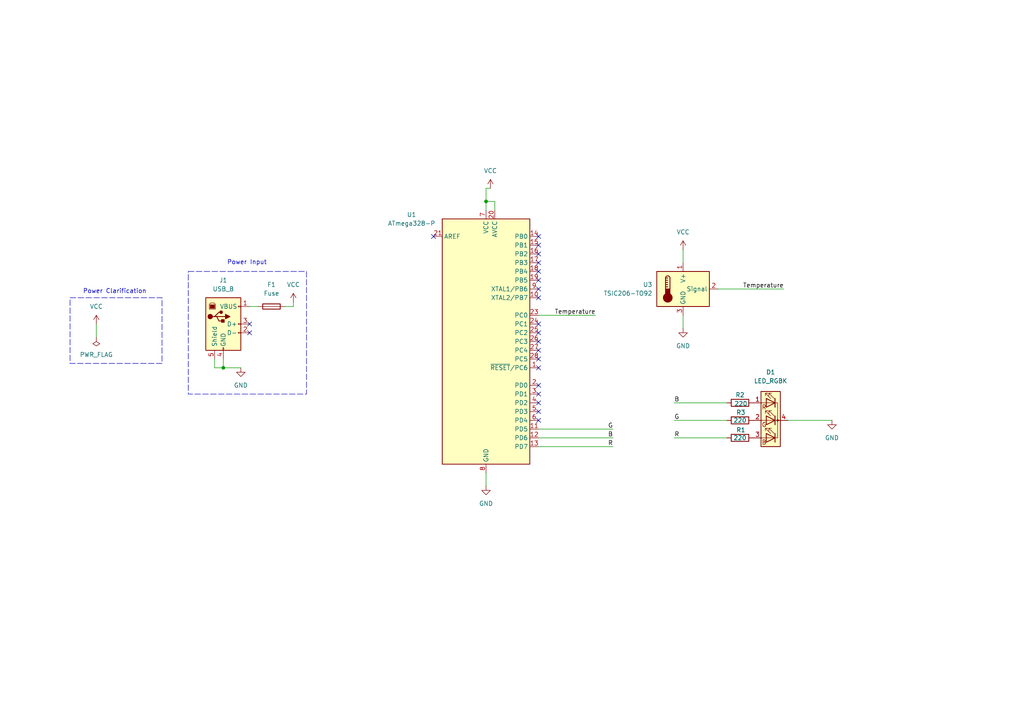
<source format=kicad_sch>
(kicad_sch (version 20231120) (generator "eeschema") (generator_version "8.0")
  (paper "A4")
  (lib_symbols
    (symbol "Connector:USB_B" (pin_names (offset 1.016))
      (property "Reference" "J" (at -5.08 11.43 0))
      (property "Value" "USB_B" (at -5.08 8.89 0))
      (symbol "USB_B_0_1"
        (rectangle (start -5.08 -7.62) (end 5.08 7.62) (stroke (width 0.254)) (fill (type background)))
        (circle (center -3.81 2.159) (radius 0.635) (stroke (width 0.254)) (fill (type outline)))
        (rectangle (start -3.81 5.588) (end -2.54 4.572) (fill (type outline)))
        (circle (center -0.635 3.429) (radius 0.381) (stroke (width 0.254)) (fill (type outline)))
        (rectangle (start -0.127 -7.62) (end 0.127 -6.858))
        (polyline (pts (xy -1.905 2.159) (xy 0.635 2.159)) (stroke (width 0.254)))
        (polyline (pts (xy -3.175 2.159) (xy -2.54 2.159) (xy -1.27 3.429) (xy -0.635 3.429)) (stroke (width 0.254)))
        (polyline (pts (xy -2.54 2.159) (xy -1.905 2.159) (xy -1.27 0.889) (xy 0 0.889)) (stroke (width 0.254)))
        (polyline (pts (xy 0.635 2.794) (xy 0.635 1.524) (xy 1.905 2.159) (xy 0.635 2.794)) (stroke (width 0.254)) (fill (type outline)))
        (polyline (pts (xy -4.064 4.318) (xy -2.286 4.318) (xy -2.286 5.715) (xy -2.667 6.096) (xy -3.683 6.096) (xy -4.064 5.715) (xy -4.064 4.318)))
        (rectangle (start 0.254 1.27) (end -0.508 0.508) (stroke (width 0.254)) (fill (type outline)))
        (rectangle (start 5.08 -2.667) (end 4.318 -2.413))
        (rectangle (start 5.08 -0.127) (end 4.318 0.127))
        (rectangle (start 5.08 4.953) (end 4.318 5.207))
      )
      (symbol "USB_B_1_1"
        (pin power_out line (at 7.62 5.08 180) (length 2.54) (name "VBUS") (number "1"))
        (pin bidirectional line (at 7.62 -2.54 180) (length 2.54) (name "D-") (number "2"))
        (pin bidirectional line (at 7.62 0 180) (length 2.54) (name "D+") (number "3"))
        (pin power_out line (at 0 -10.16 90) (length 2.54) (name "GND") (number "4"))
        (pin passive line (at -2.54 -10.16 90) (length 2.54) (name "Shield") (number "5"))
      )
    )
    (symbol "Device:Fuse" (pin_numbers hide) (pin_names (offset 0))
      (property "Reference" "F" (at 2.032 0 90))
      (property "Value" "Fuse" (at -1.905 0 90))
      (symbol "Fuse_0_1"
        (rectangle (start -0.762 -2.54) (end 0.762 2.54) (stroke (width 0.254)))
        (polyline (pts (xy 0 2.54) (xy 0 -2.54)))
      )
      (symbol "Fuse_1_1"
        (pin passive line (at 0 3.81 270) (length 1.27) (name "~") (number "1"))
        (pin passive line (at 0 -3.81 90) (length 1.27) (name "~") (number "2"))
      )
    )
    (symbol "Device:LED_RGBK" (pin_names (offset 0) hide)
      (property "Reference" "D" (at 0 9.398 0))
      (property "Value" "LED_RGBK" (at 0 -8.89 0))
      (symbol "LED_RGBK_0_0"
        (text "B" (at 1.905 -6.35 0) (effects (font (size 1.27 1.27))))
        (text "G" (at 1.905 -1.27 0) (effects (font (size 1.27 1.27))))
        (text "R" (at 1.905 3.81 0) (effects (font (size 1.27 1.27))))
      )
      (symbol "LED_RGBK_0_1"
        (circle (center -2.032 0) (radius 0.254) (fill (type outline)))
        (polyline (pts (xy -1.27 -5.08) (xy 1.27 -5.08)))
        (polyline (pts (xy -1.27 -3.81) (xy -1.27 -6.35)) (stroke (width 0.254)))
        (polyline (pts (xy -1.27 0) (xy -2.54 0)))
        (polyline (pts (xy -1.27 1.27) (xy -1.27 -1.27)) (stroke (width 0.254)))
        (polyline (pts (xy -1.27 5.08) (xy 1.27 5.08)))
        (polyline (pts (xy -1.27 6.35) (xy -1.27 3.81)) (stroke (width 0.254)))
        (polyline (pts (xy 1.27 -5.08) (xy 2.54 -5.08)))
        (polyline (pts (xy 1.27 0) (xy -1.27 0)))
        (polyline (pts (xy 1.27 0) (xy 2.54 0)))
        (polyline (pts (xy 1.27 5.08) (xy 2.54 5.08)))
        (polyline (pts (xy -1.27 1.27) (xy -1.27 -1.27) (xy -1.27 -1.27)))
        (polyline (pts (xy -1.27 6.35) (xy -1.27 3.81) (xy -1.27 3.81)))
        (polyline (pts (xy -1.27 5.08) (xy -2.032 5.08) (xy -2.032 -5.08) (xy -1.016 -5.08)))
        (polyline (pts (xy 1.27 -3.81) (xy 1.27 -6.35) (xy -1.27 -5.08) (xy 1.27 -3.81)) (stroke (width 0.254)))
        (polyline (pts (xy 1.27 1.27) (xy 1.27 -1.27) (xy -1.27 0) (xy 1.27 1.27)) (stroke (width 0.254)))
        (polyline (pts (xy 1.27 6.35) (xy 1.27 3.81) (xy -1.27 5.08) (xy 1.27 6.35)) (stroke (width 0.254)))
        (polyline (pts (xy -1.016 -3.81) (xy 0.508 -2.286) (xy -0.254 -2.286) (xy 0.508 -2.286) (xy 0.508 -3.048)))
        (polyline (pts (xy -1.016 1.27) (xy 0.508 2.794) (xy -0.254 2.794) (xy 0.508 2.794) (xy 0.508 2.032)))
        (polyline (pts (xy -1.016 6.35) (xy 0.508 7.874) (xy -0.254 7.874) (xy 0.508 7.874) (xy 0.508 7.112)))
        (polyline (pts (xy 0 -3.81) (xy 1.524 -2.286) (xy 0.762 -2.286) (xy 1.524 -2.286) (xy 1.524 -3.048)))
        (polyline (pts (xy 0 1.27) (xy 1.524 2.794) (xy 0.762 2.794) (xy 1.524 2.794) (xy 1.524 2.032)))
        (polyline (pts (xy 0 6.35) (xy 1.524 7.874) (xy 0.762 7.874) (xy 1.524 7.874) (xy 1.524 7.112)))
        (rectangle (start 1.27 -1.27) (end 1.27 1.27))
        (rectangle (start 1.27 1.27) (end 1.27 1.27))
        (rectangle (start 1.27 3.81) (end 1.27 6.35))
        (rectangle (start 1.27 6.35) (end 1.27 6.35))
        (rectangle (start 2.794 8.382) (end -2.794 -7.62) (stroke (width 0.254)) (fill (type background)))
      )
      (symbol "LED_RGBK_1_1"
        (pin passive line (at 5.08 5.08 180) (length 2.54) (name "RA") (number "1"))
        (pin passive line (at 5.08 0 180) (length 2.54) (name "GA") (number "2"))
        (pin passive line (at 5.08 -5.08 180) (length 2.54) (name "BA") (number "3"))
        (pin passive line (at -5.08 0 0) (length 2.54) (name "K") (number "4"))
      )
    )
    (symbol "Device:R" (pin_numbers hide) (pin_names (offset 0))
      (property "Reference" "R" (at 2.032 0 90))
      (property "Value" "R" (at 0 0 90))
      (symbol "R_0_1"
        (rectangle (start -1.016 -2.54) (end 1.016 2.54) (stroke (width 0.254)))
      )
      (symbol "R_1_1"
        (pin passive line (at 0 3.81 270) (length 1.27) (name "~") (number "1"))
        (pin passive line (at 0 -3.81 90) (length 1.27) (name "~") (number "2"))
      )
    )
    (symbol "MCU_Microchip_ATmega:ATmega328-P"
      (property "Reference" "U" (at -12.7 36.83 0))
      (property "Value" "ATmega328-P" (at 2.54 -36.83 0))
      (symbol "ATmega328-P_0_1"
        (rectangle (start -12.7 -35.56) (end 12.7 35.56) (stroke (width 0.254)) (fill (type background)))
      )
      (symbol "ATmega328-P_1_1"
        (pin bidirectional line (at 15.24 -7.62 180) (length 2.54) (name "~{RESET}/PC6") (number "1"))
        (pin bidirectional line (at 15.24 12.7 180) (length 2.54) (name "XTAL2/PB7") (number "10"))
        (pin bidirectional line (at 15.24 -25.4 180) (length 2.54) (name "PD5") (number "11"))
        (pin bidirectional line (at 15.24 -27.94 180) (length 2.54) (name "PD6") (number "12"))
        (pin bidirectional line (at 15.24 -30.48 180) (length 2.54) (name "PD7") (number "13"))
        (pin bidirectional line (at 15.24 30.48 180) (length 2.54) (name "PB0") (number "14"))
        (pin bidirectional line (at 15.24 27.94 180) (length 2.54) (name "PB1") (number "15"))
        (pin bidirectional line (at 15.24 25.4 180) (length 2.54) (name "PB2") (number "16"))
        (pin bidirectional line (at 15.24 22.86 180) (length 2.54) (name "PB3") (number "17"))
        (pin bidirectional line (at 15.24 20.32 180) (length 2.54) (name "PB4") (number "18"))
        (pin bidirectional line (at 15.24 17.78 180) (length 2.54) (name "PB5") (number "19"))
        (pin bidirectional line (at 15.24 -12.7 180) (length 2.54) (name "PD0") (number "2"))
        (pin power_in line (at 2.54 38.1 270) (length 2.54) (name "AVCC") (number "20"))
        (pin passive line (at -15.24 30.48 0) (length 2.54) (name "AREF") (number "21"))
        (pin passive line (at 0 -38.1 90) (length 2.54) hide (name "GND") (number "22"))
        (pin bidirectional line (at 15.24 7.62 180) (length 2.54) (name "PC0") (number "23"))
        (pin bidirectional line (at 15.24 5.08 180) (length 2.54) (name "PC1") (number "24"))
        (pin bidirectional line (at 15.24 2.54 180) (length 2.54) (name "PC2") (number "25"))
        (pin bidirectional line (at 15.24 0 180) (length 2.54) (name "PC3") (number "26"))
        (pin bidirectional line (at 15.24 -2.54 180) (length 2.54) (name "PC4") (number "27"))
        (pin bidirectional line (at 15.24 -5.08 180) (length 2.54) (name "PC5") (number "28"))
        (pin bidirectional line (at 15.24 -15.24 180) (length 2.54) (name "PD1") (number "3"))
        (pin bidirectional line (at 15.24 -17.78 180) (length 2.54) (name "PD2") (number "4"))
        (pin bidirectional line (at 15.24 -20.32 180) (length 2.54) (name "PD3") (number "5"))
        (pin bidirectional line (at 15.24 -22.86 180) (length 2.54) (name "PD4") (number "6"))
        (pin power_in line (at 0 38.1 270) (length 2.54) (name "VCC") (number "7"))
        (pin power_in line (at 0 -38.1 90) (length 2.54) (name "GND") (number "8"))
        (pin bidirectional line (at 15.24 15.24 180) (length 2.54) (name "XTAL1/PB6") (number "9"))
      )
    )
    (symbol "Sensor_Temperature:TSIC206-TO92"
      (property "Reference" "U" (at -6.35 6.35 0))
      (property "Value" "TSIC206-TO92" (at 1.27 6.35 0))
      (symbol "TSIC206-TO92_0_1"
        (rectangle (start -7.62 5.08) (end 7.62 -5.08) (stroke (width 0.254)) (fill (type background)))
        (circle (center -4.445 -2.54) (radius 1.27) (stroke (width 0.254)) (fill (type outline)))
        (rectangle (start -3.81 -1.905) (end -5.08 0) (stroke (width 0.254)) (fill (type outline)))
        (arc (start -3.81 3.175) (mid -4.445 3.8073) (end -5.08 3.175) (stroke (width 0.254)))
        (polyline (pts (xy -5.08 0.635) (xy -4.445 0.635)) (stroke (width 0.254)))
        (polyline (pts (xy -5.08 1.27) (xy -4.445 1.27)) (stroke (width 0.254)))
        (polyline (pts (xy -5.08 1.905) (xy -4.445 1.905)) (stroke (width 0.254)))
        (polyline (pts (xy -5.08 2.54) (xy -4.445 2.54)) (stroke (width 0.254)))
        (polyline (pts (xy -5.08 3.175) (xy -5.08 0)) (stroke (width 0.254)))
        (polyline (pts (xy -5.08 3.175) (xy -4.445 3.175)) (stroke (width 0.254)))
        (polyline (pts (xy -3.81 3.175) (xy -3.81 0)) (stroke (width 0.254)))
      )
      (symbol "TSIC206-TO92_1_1"
        (pin power_in line (at 0 7.62 270) (length 2.54) (name "V+") (number "1"))
        (pin output line (at 10.16 0 180) (length 2.54) (name "Signal") (number "2"))
        (pin power_in line (at 0 -7.62 90) (length 2.54) (name "GND") (number "3"))
      )
    )
    (symbol "power:GND" (power) (pin_numbers hide) (pin_names (offset 0) hide)
      (property "Value" "GND" (at 0 -3.81 0))
      (symbol "GND_0_1"
        (polyline (pts (xy 0 0) (xy 0 -1.27) (xy 1.27 -1.27) (xy 0 -2.54) (xy -1.27 -1.27) (xy 0 -1.27)))
      )
      (symbol "GND_1_1"
        (pin power_in line (at 0 0 270) (length 0) (name "~") (number "1"))
      )
    )
    (symbol "power:PWR_FLAG" (power) (pin_numbers hide) (pin_names (offset 0) hide)
      (property "Value" "PWR_FLAG" (at 0 3.81 0))
      (symbol "PWR_FLAG_0_0"
        (pin power_out line (at 0 0 90) (length 0) (name "~") (number "1"))
      )
      (symbol "PWR_FLAG_0_1"
        (polyline (pts (xy 0 0) (xy 0 1.27) (xy -1.016 1.905) (xy 0 2.54) (xy 1.016 1.905) (xy 0 1.27)))
      )
    )
    (symbol "power:VCC" (power) (pin_numbers hide) (pin_names (offset 0) hide)
      (property "Value" "VCC" (at 0 3.556 0))
      (symbol "VCC_0_1"
        (polyline (pts (xy -0.762 1.27) (xy 0 2.54)))
        (polyline (pts (xy 0 0) (xy 0 2.54)))
        (polyline (pts (xy 0 2.54) (xy 0.762 1.27)))
      )
      (symbol "VCC_1_1"
        (pin power_in line (at 0 0 90) (length 0) (name "~") (number "1"))
      )
    )
  )
  (junction (at 64.77 106.68))
  (junction (at 140.97 58.42))
  (no_connect (at 156.21 73.66))
  (no_connect (at 156.21 83.82))
  (no_connect (at 156.21 93.98))
  (no_connect (at 156.21 116.84))
  (no_connect (at 156.21 96.52))
  (no_connect (at 156.21 71.12))
  (no_connect (at 156.21 121.92))
  (no_connect (at 156.21 99.06))
  (no_connect (at 156.21 104.14))
  (no_connect (at 156.21 68.58))
  (no_connect (at 156.21 114.3))
  (no_connect (at 156.21 78.74))
  (no_connect (at 156.21 119.38))
  (no_connect (at 156.21 101.6))
  (no_connect (at 156.21 111.76))
  (no_connect (at 156.21 76.2))
  (no_connect (at 72.39 96.52))
  (no_connect (at 156.21 106.68))
  (no_connect (at 125.73 68.58))
  (no_connect (at 72.39 93.98))
  (no_connect (at 156.21 86.36))
  (no_connect (at 156.21 81.28))
  (wire (pts (xy 64.77 104.14) (xy 64.77 106.68)))
  (wire (pts (xy 62.23 104.14) (xy 62.23 106.68)))
  (wire (pts (xy 156.21 91.44) (xy 172.72 91.44)))
  (wire (pts (xy 156.21 129.54) (xy 177.8 129.54)))
  (wire (pts (xy 208.28 83.82) (xy 227.33 83.82)))
  (wire (pts (xy 228.6 121.92) (xy 241.3 121.92)))
  (wire (pts (xy 195.58 127) (xy 210.82 127)))
  (wire (pts (xy 156.21 127) (xy 177.8 127)))
  (wire (pts (xy 27.94 93.98) (xy 27.94 97.79)))
  (wire (pts (xy 195.58 121.92) (xy 210.82 121.92)))
  (wire (pts (xy 140.97 58.42) (xy 140.97 54.61)))
  (wire (pts (xy 143.51 60.96) (xy 143.51 58.42)))
  (wire (pts (xy 198.12 72.39) (xy 198.12 76.2)))
  (wire (pts (xy 140.97 60.96) (xy 140.97 58.42)))
  (wire (pts (xy 140.97 137.16) (xy 140.97 140.97)))
  (wire (pts (xy 140.97 54.61) (xy 142.24 54.61)))
  (wire (pts (xy 85.09 88.9) (xy 85.09 87.63)))
  (wire (pts (xy 195.58 116.84) (xy 210.82 116.84)))
  (wire (pts (xy 62.23 106.68) (xy 64.77 106.68)))
  (wire (pts (xy 82.55 88.9) (xy 85.09 88.9)))
  (wire (pts (xy 143.51 58.42) (xy 140.97 58.42)))
  (wire (pts (xy 156.21 124.46) (xy 177.8 124.46)))
  (wire (pts (xy 64.77 106.68) (xy 69.85 106.68)))
  (wire (pts (xy 72.39 88.9) (xy 74.93 88.9)))
  (wire (pts (xy 198.12 91.44) (xy 198.12 95.25)))
  (rectangle (start 54.61 78.74) (end 88.9 114.3) (stroke (width 0) (type dash)))
  (rectangle (start 20.32 86.36) (end 46.99 105.41) (stroke (width 0) (type dash)))
  (text "Power Clarification" (at 33.274 84.582 0) (effects (font (size 1.27 1.27))))
  (text "Power Input" (at 71.628 76.2 0) (effects (font (size 1.27 1.27))))
  (label "B" (at 195.58 116.84 0))
  (label "R" (at 195.58 127 0))
  (label "R" (at 177.8 129.54 180))
  (label "B" (at 177.8 127 180))
  (label "G" (at 177.8 124.46 180))
  (label "G" (at 195.58 121.92 0))
  (label "Temperature" (at 227.33 83.82 180))
  (label "Temperature" (at 172.72 91.44 180))
  (symbol (lib_id "power:VCC") (at 198.12 72.39 0) (unit 1)
    (property "Reference" "#PWR05" (effects (hide yes)))
    (property "Value" "VCC" (at 198.12 67.31 0))
    (property "Description" "Power symbol creates a global label with name \"VCC\"" (effects (hide yes)))
  )
  (symbol (lib_id "power:GND") (at 241.3 121.92 0) (unit 1)
    (property "Reference" "#PWR09" (effects (hide yes)))
    (property "Value" "GND" (at 241.3 127 0))
    (property "Description" "Power symbol creates a global label with name \"GND\" , ground" (effects (hide yes)))
  )
  (symbol (lib_id "Device:LED_RGBK") (at 223.52 121.92 0) (mirror y) (unit 1)
    (property "Reference" "D1" (at 223.52 107.95 0))
    (property "Value" "LED_RGBK" (at 223.52 110.49 0))
    (property "Footprint" "LED_SMD:LED_RGB_1210" (effects (hide yes)))
    (property "Description" "RGB LED, red/green/blue/cathode" (effects (hide yes)))
  )
  (symbol (lib_id "Device:Fuse") (at 78.74 88.9 90) (unit 1)
    (property "Reference" "F1" (at 78.74 82.55 90))
    (property "Value" "Fuse" (at 78.74 85.09 90))
    (property "Footprint" "Fuse:Fuse_0402_1005Metric" (effects (hide yes)))
    (property "Description" "Fuse" (effects (hide yes)))
  )
  (symbol (lib_id "power:GND") (at 198.12 95.25 0) (unit 1)
    (property "Reference" "#PWR06" (effects (hide yes)))
    (property "Value" "GND" (at 198.12 100.33 0))
    (property "Description" "Power symbol creates a global label with name \"GND\" , ground" (effects (hide yes)))
  )
  (symbol (lib_id "Connector:USB_B") (at 64.77 93.98 0) (unit 1)
    (property "Reference" "J1" (at 64.77 81.28 0))
    (property "Value" "USB_B" (at 64.77 83.82 0))
    (property "Footprint" "Connector_USB:USB_B_Lumberg_2411_02_Horizontal" (effects (hide yes)))
    (property "Description" "USB Type B connector" (effects (hide yes)))
  )
  (symbol (lib_id "power:GND") (at 69.85 106.68 0) (unit 1)
    (property "Reference" "#PWR02" (effects (hide yes)))
    (property "Value" "GND" (at 69.85 111.76 0))
    (property "Description" "Power symbol creates a global label with name \"GND\" , ground" (effects (hide yes)))
  )
  (symbol (lib_id "Device:R") (at 214.63 116.84 90) (unit 1)
    (property "Reference" "R2" (at 214.63 114.554 90))
    (property "Value" "220" (at 214.884 117.094 90))
    (property "Footprint" "Resistor_THT:R_Axial_DIN0207_L6.3mm_D2.5mm_P10.16mm_Horizontal" (effects (hide yes)))
    (property "Description" "Resistor" (effects (hide yes)))
  )
  (symbol (lib_id "power:VCC") (at 85.09 87.63 0) (unit 1)
    (property "Reference" "#PWR01" (effects (hide yes)))
    (property "Value" "VCC" (at 85.09 82.55 0))
    (property "Description" "Power symbol creates a global label with name \"VCC\"" (effects (hide yes)))
  )
  (symbol (lib_id "power:GND") (at 140.97 140.97 0) (unit 1)
    (property "Reference" "#PWR07" (effects (hide yes)))
    (property "Value" "GND" (at 140.97 146.05 0))
    (property "Description" "Power symbol creates a global label with name \"GND\" , ground" (effects (hide yes)))
  )
  (symbol (lib_id "power:VCC") (at 142.24 54.61 0) (unit 1)
    (property "Reference" "#PWR08" (effects (hide yes)))
    (property "Value" "VCC" (at 142.24 49.53 0))
    (property "Description" "Power symbol creates a global label with name \"VCC\"" (effects (hide yes)))
  )
  (symbol (lib_id "Device:R") (at 214.63 127 90) (unit 1)
    (property "Reference" "R1" (at 214.884 124.714 90))
    (property "Value" "220" (at 214.63 127 90))
    (property "Footprint" "Resistor_THT:R_Axial_DIN0207_L6.3mm_D2.5mm_P10.16mm_Horizontal" (effects (hide yes)))
    (property "Description" "Resistor" (effects (hide yes)))
  )
  (symbol (lib_id "Sensor_Temperature:TSIC206-TO92") (at 198.12 83.82 0) (unit 1)
    (property "Reference" "U3" (at 189.23 82.5499 0) (effects (justify right)))
    (property "Value" "TSIC206-TO92" (at 189.23 85.0899 0) (effects (justify right)))
    (property "Footprint" "Package_TO_SOT_THT:TO-92_Inline" (effects (hide yes)))
    (property "Datasheet" "https://shop.bb-sensors.com/out/media/Datasheet_Digital_Semiconductor_temperatur_sensor_TSIC.pdf" (effects (hide yes)))
    (property "Description" "Digital temperature sensor, range -50 ... +150 °C, 0.5 K accuracy, TO-92" (effects (hide yes)))
  )
  (symbol (lib_id "power:VCC") (at 27.94 93.98 0) (unit 1)
    (property "Reference" "#PWR03" (effects (hide yes)))
    (property "Value" "VCC" (at 27.94 88.9 0))
    (property "Description" "Power symbol creates a global label with name \"VCC\"" (effects (hide yes)))
  )
  (symbol (lib_id "power:PWR_FLAG") (at 27.94 97.79 180) (unit 1)
    (property "Reference" "#FLG01" (effects (hide yes)))
    (property "Value" "PWR_FLAG" (at 27.94 102.87 0))
    (property "Description" "Special symbol for telling ERC where power comes from" (effects (hide yes)))
  )
  (symbol (lib_id "MCU_Microchip_ATmega:ATmega328-P") (at 140.97 99.06 0) (unit 1)
    (property "Reference" "U1" (at 119.38 62.2614 0))
    (property "Value" "ATmega328-P" (at 119.38 64.8014 0))
    (property "Footprint" "Package_DIP:DIP-28_W7.62mm" (effects (hide yes)))
    (property "Datasheet" "http://ww1.microchip.com/downloads/en/DeviceDoc/ATmega328_P%20AVR%20MCU%20with%20picoPower%20Technology%20Data%20Sheet%2040001984A.pdf" (effects (hide yes)))
    (property "Description" "20MHz, 32kB Flash, 2kB SRAM, 1kB EEPROM, DIP-28" (effects (hide yes)))
  )
  (symbol (lib_id "Device:R") (at 214.63 121.92 90) (unit 1)
    (property "Reference" "R3" (at 214.884 119.634 90))
    (property "Value" "220" (at 214.63 121.92 90))
    (property "Footprint" "Resistor_THT:R_Axial_DIN0207_L6.3mm_D2.5mm_P10.16mm_Horizontal" (effects (hide yes)))
    (property "Description" "Resistor" (effects (hide yes)))
  )
)
</source>
